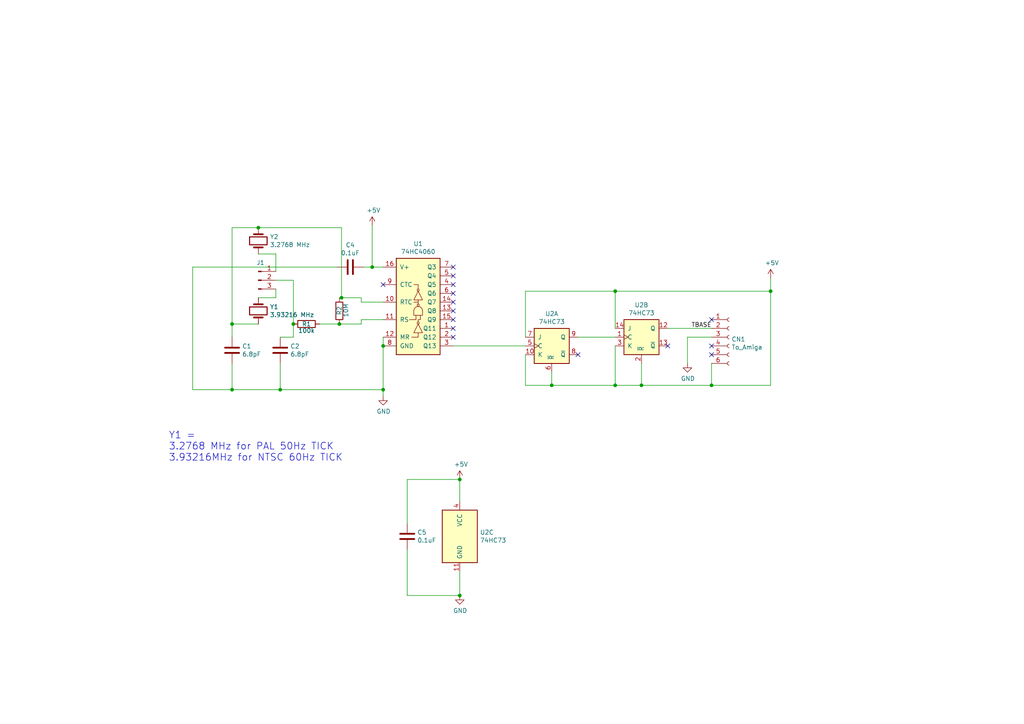
<source format=kicad_sch>
(kicad_sch (version 20211123) (generator eeschema)

  (uuid 8d55e186-3e11-40e8-a65e-b36a8a00069e)

  (paper "A4")

  (lib_symbols
    (symbol "74xx:74LS73" (pin_names (offset 1.016)) (in_bom yes) (on_board yes)
      (property "Reference" "U" (id 0) (at -7.62 8.89 0)
        (effects (font (size 1.27 1.27)))
      )
      (property "Value" "74LS73" (id 1) (at -7.62 -8.89 0)
        (effects (font (size 1.27 1.27)))
      )
      (property "Footprint" "" (id 2) (at 0 0 0)
        (effects (font (size 1.27 1.27)) hide)
      )
      (property "Datasheet" "http://www.ti.com/lit/gpn/sn74LS73" (id 3) (at 0 0 0)
        (effects (font (size 1.27 1.27)) hide)
      )
      (property "ki_locked" "" (id 4) (at 0 0 0)
        (effects (font (size 1.27 1.27)))
      )
      (property "ki_keywords" "TTL JK JKFF" (id 5) (at 0 0 0)
        (effects (font (size 1.27 1.27)) hide)
      )
      (property "ki_description" "Dual JK Flip-Flop, reset" (id 6) (at 0 0 0)
        (effects (font (size 1.27 1.27)) hide)
      )
      (property "ki_fp_filters" "DIP*W7.62mm*" (id 7) (at 0 0 0)
        (effects (font (size 1.27 1.27)) hide)
      )
      (symbol "74LS73_1_0"
        (pin input line (at -7.62 -2.54 0) (length 2.54)
          (name "K" (effects (font (size 1.27 1.27))))
          (number "10" (effects (font (size 1.27 1.27))))
        )
        (pin input clock (at -7.62 0 0) (length 2.54)
          (name "C" (effects (font (size 1.27 1.27))))
          (number "5" (effects (font (size 1.27 1.27))))
        )
        (pin input line (at 0 -7.62 90) (length 2.54)
          (name "~{R}" (effects (font (size 1.27 1.27))))
          (number "6" (effects (font (size 1.27 1.27))))
        )
        (pin input line (at -7.62 2.54 0) (length 2.54)
          (name "J" (effects (font (size 1.27 1.27))))
          (number "7" (effects (font (size 1.27 1.27))))
        )
        (pin output line (at 7.62 -2.54 180) (length 2.54)
          (name "~{Q}" (effects (font (size 1.27 1.27))))
          (number "8" (effects (font (size 1.27 1.27))))
        )
        (pin output line (at 7.62 2.54 180) (length 2.54)
          (name "Q" (effects (font (size 1.27 1.27))))
          (number "9" (effects (font (size 1.27 1.27))))
        )
      )
      (symbol "74LS73_1_1"
        (rectangle (start -5.08 5.08) (end 5.08 -5.08)
          (stroke (width 0.254) (type default) (color 0 0 0 0))
          (fill (type background))
        )
      )
      (symbol "74LS73_2_0"
        (pin input clock (at -7.62 0 0) (length 2.54)
          (name "C" (effects (font (size 1.27 1.27))))
          (number "1" (effects (font (size 1.27 1.27))))
        )
        (pin output line (at 7.62 2.54 180) (length 2.54)
          (name "Q" (effects (font (size 1.27 1.27))))
          (number "12" (effects (font (size 1.27 1.27))))
        )
        (pin output line (at 7.62 -2.54 180) (length 2.54)
          (name "~{Q}" (effects (font (size 1.27 1.27))))
          (number "13" (effects (font (size 1.27 1.27))))
        )
        (pin input line (at -7.62 2.54 0) (length 2.54)
          (name "J" (effects (font (size 1.27 1.27))))
          (number "14" (effects (font (size 1.27 1.27))))
        )
        (pin input line (at 0 -7.62 90) (length 2.54)
          (name "~{R}" (effects (font (size 1.27 1.27))))
          (number "2" (effects (font (size 1.27 1.27))))
        )
        (pin input line (at -7.62 -2.54 0) (length 2.54)
          (name "K" (effects (font (size 1.27 1.27))))
          (number "3" (effects (font (size 1.27 1.27))))
        )
      )
      (symbol "74LS73_2_1"
        (rectangle (start -5.08 5.08) (end 5.08 -5.08)
          (stroke (width 0.254) (type default) (color 0 0 0 0))
          (fill (type background))
        )
      )
      (symbol "74LS73_3_0"
        (pin power_in line (at 0 -10.16 90) (length 2.54)
          (name "GND" (effects (font (size 1.27 1.27))))
          (number "11" (effects (font (size 1.27 1.27))))
        )
        (pin power_in line (at 0 10.16 270) (length 2.54)
          (name "VCC" (effects (font (size 1.27 1.27))))
          (number "4" (effects (font (size 1.27 1.27))))
        )
      )
      (symbol "74LS73_3_1"
        (rectangle (start -5.08 7.62) (end 5.08 -7.62)
          (stroke (width 0.254) (type default) (color 0 0 0 0))
          (fill (type background))
        )
      )
    )
    (symbol "Connector:Conn_01x03_Male" (pin_names (offset 1.016) hide) (in_bom yes) (on_board yes)
      (property "Reference" "J" (id 0) (at 0 5.08 0)
        (effects (font (size 1.27 1.27)))
      )
      (property "Value" "Conn_01x03_Male" (id 1) (at 0 -5.08 0)
        (effects (font (size 1.27 1.27)))
      )
      (property "Footprint" "" (id 2) (at 0 0 0)
        (effects (font (size 1.27 1.27)) hide)
      )
      (property "Datasheet" "~" (id 3) (at 0 0 0)
        (effects (font (size 1.27 1.27)) hide)
      )
      (property "ki_keywords" "connector" (id 4) (at 0 0 0)
        (effects (font (size 1.27 1.27)) hide)
      )
      (property "ki_description" "Generic connector, single row, 01x03, script generated (kicad-library-utils/schlib/autogen/connector/)" (id 5) (at 0 0 0)
        (effects (font (size 1.27 1.27)) hide)
      )
      (property "ki_fp_filters" "Connector*:*_1x??_*" (id 6) (at 0 0 0)
        (effects (font (size 1.27 1.27)) hide)
      )
      (symbol "Conn_01x03_Male_1_1"
        (polyline
          (pts
            (xy 1.27 -2.54)
            (xy 0.8636 -2.54)
          )
          (stroke (width 0.1524) (type default) (color 0 0 0 0))
          (fill (type none))
        )
        (polyline
          (pts
            (xy 1.27 0)
            (xy 0.8636 0)
          )
          (stroke (width 0.1524) (type default) (color 0 0 0 0))
          (fill (type none))
        )
        (polyline
          (pts
            (xy 1.27 2.54)
            (xy 0.8636 2.54)
          )
          (stroke (width 0.1524) (type default) (color 0 0 0 0))
          (fill (type none))
        )
        (rectangle (start 0.8636 -2.413) (end 0 -2.667)
          (stroke (width 0.1524) (type default) (color 0 0 0 0))
          (fill (type outline))
        )
        (rectangle (start 0.8636 0.127) (end 0 -0.127)
          (stroke (width 0.1524) (type default) (color 0 0 0 0))
          (fill (type outline))
        )
        (rectangle (start 0.8636 2.667) (end 0 2.413)
          (stroke (width 0.1524) (type default) (color 0 0 0 0))
          (fill (type outline))
        )
        (pin passive line (at 5.08 2.54 180) (length 3.81)
          (name "Pin_1" (effects (font (size 1.27 1.27))))
          (number "1" (effects (font (size 1.27 1.27))))
        )
        (pin passive line (at 5.08 0 180) (length 3.81)
          (name "Pin_2" (effects (font (size 1.27 1.27))))
          (number "2" (effects (font (size 1.27 1.27))))
        )
        (pin passive line (at 5.08 -2.54 180) (length 3.81)
          (name "Pin_3" (effects (font (size 1.27 1.27))))
          (number "3" (effects (font (size 1.27 1.27))))
        )
      )
    )
    (symbol "Connector:Conn_01x06_Female" (pin_names (offset 1.016) hide) (in_bom yes) (on_board yes)
      (property "Reference" "J" (id 0) (at 0 7.62 0)
        (effects (font (size 1.27 1.27)))
      )
      (property "Value" "Conn_01x06_Female" (id 1) (at 0 -10.16 0)
        (effects (font (size 1.27 1.27)))
      )
      (property "Footprint" "" (id 2) (at 0 0 0)
        (effects (font (size 1.27 1.27)) hide)
      )
      (property "Datasheet" "~" (id 3) (at 0 0 0)
        (effects (font (size 1.27 1.27)) hide)
      )
      (property "ki_keywords" "connector" (id 4) (at 0 0 0)
        (effects (font (size 1.27 1.27)) hide)
      )
      (property "ki_description" "Generic connector, single row, 01x06, script generated (kicad-library-utils/schlib/autogen/connector/)" (id 5) (at 0 0 0)
        (effects (font (size 1.27 1.27)) hide)
      )
      (property "ki_fp_filters" "Connector*:*_1x??_*" (id 6) (at 0 0 0)
        (effects (font (size 1.27 1.27)) hide)
      )
      (symbol "Conn_01x06_Female_1_1"
        (arc (start 0 -7.112) (mid -0.508 -7.62) (end 0 -8.128)
          (stroke (width 0.1524) (type default) (color 0 0 0 0))
          (fill (type none))
        )
        (arc (start 0 -4.572) (mid -0.508 -5.08) (end 0 -5.588)
          (stroke (width 0.1524) (type default) (color 0 0 0 0))
          (fill (type none))
        )
        (arc (start 0 -2.032) (mid -0.508 -2.54) (end 0 -3.048)
          (stroke (width 0.1524) (type default) (color 0 0 0 0))
          (fill (type none))
        )
        (polyline
          (pts
            (xy -1.27 -7.62)
            (xy -0.508 -7.62)
          )
          (stroke (width 0.1524) (type default) (color 0 0 0 0))
          (fill (type none))
        )
        (polyline
          (pts
            (xy -1.27 -5.08)
            (xy -0.508 -5.08)
          )
          (stroke (width 0.1524) (type default) (color 0 0 0 0))
          (fill (type none))
        )
        (polyline
          (pts
            (xy -1.27 -2.54)
            (xy -0.508 -2.54)
          )
          (stroke (width 0.1524) (type default) (color 0 0 0 0))
          (fill (type none))
        )
        (polyline
          (pts
            (xy -1.27 0)
            (xy -0.508 0)
          )
          (stroke (width 0.1524) (type default) (color 0 0 0 0))
          (fill (type none))
        )
        (polyline
          (pts
            (xy -1.27 2.54)
            (xy -0.508 2.54)
          )
          (stroke (width 0.1524) (type default) (color 0 0 0 0))
          (fill (type none))
        )
        (polyline
          (pts
            (xy -1.27 5.08)
            (xy -0.508 5.08)
          )
          (stroke (width 0.1524) (type default) (color 0 0 0 0))
          (fill (type none))
        )
        (arc (start 0 0.508) (mid -0.508 0) (end 0 -0.508)
          (stroke (width 0.1524) (type default) (color 0 0 0 0))
          (fill (type none))
        )
        (arc (start 0 3.048) (mid -0.508 2.54) (end 0 2.032)
          (stroke (width 0.1524) (type default) (color 0 0 0 0))
          (fill (type none))
        )
        (arc (start 0 5.588) (mid -0.508 5.08) (end 0 4.572)
          (stroke (width 0.1524) (type default) (color 0 0 0 0))
          (fill (type none))
        )
        (pin passive line (at -5.08 5.08 0) (length 3.81)
          (name "Pin_1" (effects (font (size 1.27 1.27))))
          (number "1" (effects (font (size 1.27 1.27))))
        )
        (pin passive line (at -5.08 2.54 0) (length 3.81)
          (name "Pin_2" (effects (font (size 1.27 1.27))))
          (number "2" (effects (font (size 1.27 1.27))))
        )
        (pin passive line (at -5.08 0 0) (length 3.81)
          (name "Pin_3" (effects (font (size 1.27 1.27))))
          (number "3" (effects (font (size 1.27 1.27))))
        )
        (pin passive line (at -5.08 -2.54 0) (length 3.81)
          (name "Pin_4" (effects (font (size 1.27 1.27))))
          (number "4" (effects (font (size 1.27 1.27))))
        )
        (pin passive line (at -5.08 -5.08 0) (length 3.81)
          (name "Pin_5" (effects (font (size 1.27 1.27))))
          (number "5" (effects (font (size 1.27 1.27))))
        )
        (pin passive line (at -5.08 -7.62 0) (length 3.81)
          (name "Pin_6" (effects (font (size 1.27 1.27))))
          (number "6" (effects (font (size 1.27 1.27))))
        )
      )
    )
    (symbol "Device:C" (pin_numbers hide) (pin_names (offset 0.254)) (in_bom yes) (on_board yes)
      (property "Reference" "C" (id 0) (at 0.635 2.54 0)
        (effects (font (size 1.27 1.27)) (justify left))
      )
      (property "Value" "C" (id 1) (at 0.635 -2.54 0)
        (effects (font (size 1.27 1.27)) (justify left))
      )
      (property "Footprint" "" (id 2) (at 0.9652 -3.81 0)
        (effects (font (size 1.27 1.27)) hide)
      )
      (property "Datasheet" "~" (id 3) (at 0 0 0)
        (effects (font (size 1.27 1.27)) hide)
      )
      (property "ki_keywords" "cap capacitor" (id 4) (at 0 0 0)
        (effects (font (size 1.27 1.27)) hide)
      )
      (property "ki_description" "Unpolarized capacitor" (id 5) (at 0 0 0)
        (effects (font (size 1.27 1.27)) hide)
      )
      (property "ki_fp_filters" "C_*" (id 6) (at 0 0 0)
        (effects (font (size 1.27 1.27)) hide)
      )
      (symbol "C_0_1"
        (polyline
          (pts
            (xy -2.032 -0.762)
            (xy 2.032 -0.762)
          )
          (stroke (width 0.508) (type default) (color 0 0 0 0))
          (fill (type none))
        )
        (polyline
          (pts
            (xy -2.032 0.762)
            (xy 2.032 0.762)
          )
          (stroke (width 0.508) (type default) (color 0 0 0 0))
          (fill (type none))
        )
      )
      (symbol "C_1_1"
        (pin passive line (at 0 3.81 270) (length 2.794)
          (name "~" (effects (font (size 1.27 1.27))))
          (number "1" (effects (font (size 1.27 1.27))))
        )
        (pin passive line (at 0 -3.81 90) (length 2.794)
          (name "~" (effects (font (size 1.27 1.27))))
          (number "2" (effects (font (size 1.27 1.27))))
        )
      )
    )
    (symbol "Device:Crystal" (pin_numbers hide) (pin_names (offset 1.016) hide) (in_bom yes) (on_board yes)
      (property "Reference" "Y" (id 0) (at 0 3.81 0)
        (effects (font (size 1.27 1.27)))
      )
      (property "Value" "Crystal" (id 1) (at 0 -3.81 0)
        (effects (font (size 1.27 1.27)))
      )
      (property "Footprint" "" (id 2) (at 0 0 0)
        (effects (font (size 1.27 1.27)) hide)
      )
      (property "Datasheet" "~" (id 3) (at 0 0 0)
        (effects (font (size 1.27 1.27)) hide)
      )
      (property "ki_keywords" "quartz ceramic resonator oscillator" (id 4) (at 0 0 0)
        (effects (font (size 1.27 1.27)) hide)
      )
      (property "ki_description" "Two pin crystal" (id 5) (at 0 0 0)
        (effects (font (size 1.27 1.27)) hide)
      )
      (property "ki_fp_filters" "Crystal*" (id 6) (at 0 0 0)
        (effects (font (size 1.27 1.27)) hide)
      )
      (symbol "Crystal_0_1"
        (rectangle (start -1.143 2.54) (end 1.143 -2.54)
          (stroke (width 0.3048) (type default) (color 0 0 0 0))
          (fill (type none))
        )
        (polyline
          (pts
            (xy -2.54 0)
            (xy -1.905 0)
          )
          (stroke (width 0) (type default) (color 0 0 0 0))
          (fill (type none))
        )
        (polyline
          (pts
            (xy -1.905 -1.27)
            (xy -1.905 1.27)
          )
          (stroke (width 0.508) (type default) (color 0 0 0 0))
          (fill (type none))
        )
        (polyline
          (pts
            (xy 1.905 -1.27)
            (xy 1.905 1.27)
          )
          (stroke (width 0.508) (type default) (color 0 0 0 0))
          (fill (type none))
        )
        (polyline
          (pts
            (xy 2.54 0)
            (xy 1.905 0)
          )
          (stroke (width 0) (type default) (color 0 0 0 0))
          (fill (type none))
        )
      )
      (symbol "Crystal_1_1"
        (pin passive line (at -3.81 0 0) (length 1.27)
          (name "1" (effects (font (size 1.27 1.27))))
          (number "1" (effects (font (size 1.27 1.27))))
        )
        (pin passive line (at 3.81 0 180) (length 1.27)
          (name "2" (effects (font (size 1.27 1.27))))
          (number "2" (effects (font (size 1.27 1.27))))
        )
      )
    )
    (symbol "Device:R" (pin_numbers hide) (pin_names (offset 0)) (in_bom yes) (on_board yes)
      (property "Reference" "R" (id 0) (at 2.032 0 90)
        (effects (font (size 1.27 1.27)))
      )
      (property "Value" "R" (id 1) (at 0 0 90)
        (effects (font (size 1.27 1.27)))
      )
      (property "Footprint" "" (id 2) (at -1.778 0 90)
        (effects (font (size 1.27 1.27)) hide)
      )
      (property "Datasheet" "~" (id 3) (at 0 0 0)
        (effects (font (size 1.27 1.27)) hide)
      )
      (property "ki_keywords" "R res resistor" (id 4) (at 0 0 0)
        (effects (font (size 1.27 1.27)) hide)
      )
      (property "ki_description" "Resistor" (id 5) (at 0 0 0)
        (effects (font (size 1.27 1.27)) hide)
      )
      (property "ki_fp_filters" "R_*" (id 6) (at 0 0 0)
        (effects (font (size 1.27 1.27)) hide)
      )
      (symbol "R_0_1"
        (rectangle (start -1.016 -2.54) (end 1.016 2.54)
          (stroke (width 0.254) (type default) (color 0 0 0 0))
          (fill (type none))
        )
      )
      (symbol "R_1_1"
        (pin passive line (at 0 3.81 270) (length 1.27)
          (name "~" (effects (font (size 1.27 1.27))))
          (number "1" (effects (font (size 1.27 1.27))))
        )
        (pin passive line (at 0 -3.81 90) (length 1.27)
          (name "~" (effects (font (size 1.27 1.27))))
          (number "2" (effects (font (size 1.27 1.27))))
        )
      )
    )
    (symbol "logic-4000:4060-SO" (pin_names (offset 1.016)) (in_bom yes) (on_board yes)
      (property "Reference" "U" (id 0) (at 0 20.32 0)
        (effects (font (size 1.27 1.27)))
      )
      (property "Value" "4060-SO" (id 1) (at 0 17.78 0)
        (effects (font (size 1.27 1.27)))
      )
      (property "Footprint" "IPC7351-Nominal:SOIC127P600X175-16" (id 2) (at 0 -13.97 0)
        (effects (font (size 1.27 1.27)) hide)
      )
      (property "Datasheet" "https://www.onsemi.com/pub/Collateral/MC74HC4060A-D.PDF" (id 3) (at 0 -16.51 0)
        (effects (font (size 1.524 1.524)) hide)
      )
      (property "ki_description" "14-stage binary ripple counter with oscillator" (id 4) (at 0 0 0)
        (effects (font (size 1.27 1.27)) hide)
      )
      (symbol "4060-SO_0_1"
        (circle (center 0 -2.2352) (radius 0.3048)
          (stroke (width 0) (type default) (color 0 0 0 0))
          (fill (type none))
        )
        (polyline
          (pts
            (xy 0 3.81)
            (xy -1.27 3.81)
          )
          (stroke (width 0) (type default) (color 0 0 0 0))
          (fill (type none))
        )
        (polyline
          (pts
            (xy 0 4.445)
            (xy 0 3.2258)
          )
          (stroke (width 0) (type default) (color 0 0 0 0))
          (fill (type none))
        )
        (polyline
          (pts
            (xy 0.635 -1.27)
            (xy 0.635 -0.635)
          )
          (stroke (width 0) (type default) (color 0 0 0 0))
          (fill (type none))
        )
        (polyline
          (pts
            (xy 0.635 0)
            (xy 0.635 -0.635)
          )
          (stroke (width 0) (type default) (color 0 0 0 0))
          (fill (type none))
        )
        (polyline
          (pts
            (xy -2.54 -1.27)
            (xy -0.635 -1.27)
            (xy -1.27 -1.27)
          )
          (stroke (width 0) (type default) (color 0 0 0 0))
          (fill (type none))
        )
        (polyline
          (pts
            (xy -0.635 0)
            (xy -0.635 -0.635)
            (xy -0.635 -1.27)
          )
          (stroke (width 0) (type default) (color 0 0 0 0))
          (fill (type none))
        )
        (polyline
          (pts
            (xy 0 7.62)
            (xy 0 8.89)
            (xy -1.27 8.89)
          )
          (stroke (width 0) (type default) (color 0 0 0 0))
          (fill (type none))
        )
        (polyline
          (pts
            (xy 0.635 -1.27)
            (xy 0 -1.27)
            (xy 0 -1.905)
          )
          (stroke (width 0) (type default) (color 0 0 0 0))
          (fill (type none))
        )
        (polyline
          (pts
            (xy -1.27 1.27)
            (xy -1.27 0)
            (xy 1.27 0)
            (xy 1.27 1.27)
          )
          (stroke (width 0) (type default) (color 0 0 0 0))
          (fill (type none))
        )
        (polyline
          (pts
            (xy 0 -5.08)
            (xy 0 -6.35)
            (xy -1.27 -6.35)
            (xy -1.905 -6.35)
          )
          (stroke (width 0) (type default) (color 0 0 0 0))
          (fill (type none))
        )
        (polyline
          (pts
            (xy 0 6.985)
            (xy 1.27 4.445)
            (xy -1.27 4.445)
            (xy 0 6.985)
          )
          (stroke (width 0) (type default) (color 0 0 0 0))
          (fill (type none))
        )
        (polyline
          (pts
            (xy 0 -2.54)
            (xy 1.27 -5.08)
            (xy 0.635 -5.08)
            (xy 0 -5.08)
            (xy -1.27 -5.08)
            (xy 0 -2.54)
          )
          (stroke (width 0) (type default) (color 0 0 0 0))
          (fill (type none))
        )
        (circle (center 0 2.9464) (radius 0.3048)
          (stroke (width 0) (type default) (color 0 0 0 0))
          (fill (type none))
        )
        (circle (center 0 7.2898) (radius 0.3048)
          (stroke (width 0) (type default) (color 0 0 0 0))
          (fill (type none))
        )
        (arc (start 1.27 1.27) (mid 0 2.54) (end -1.27 1.27)
          (stroke (width 0) (type default) (color 0 0 0 0))
          (fill (type none))
        )
      )
      (symbol "4060-SO_1_1"
        (rectangle (start -6.35 16.51) (end 6.35 -11.43)
          (stroke (width 0.254) (type default) (color 0 0 0 0))
          (fill (type background))
        )
        (pin output line (at 10.16 -3.81 180) (length 3.81)
          (name "Q11" (effects (font (size 1.27 1.27))))
          (number "1" (effects (font (size 1.27 1.27))))
        )
        (pin input line (at -10.16 3.81 0) (length 3.81)
          (name "RTC" (effects (font (size 1.27 1.27))))
          (number "10" (effects (font (size 1.27 1.27))))
        )
        (pin input line (at -10.16 -1.27 0) (length 3.81)
          (name "RS" (effects (font (size 1.27 1.27))))
          (number "11" (effects (font (size 1.27 1.27))))
        )
        (pin input line (at -10.16 -6.35 0) (length 3.81)
          (name "MR" (effects (font (size 1.27 1.27))))
          (number "12" (effects (font (size 1.27 1.27))))
        )
        (pin output line (at 10.16 1.27 180) (length 3.81)
          (name "Q8" (effects (font (size 1.27 1.27))))
          (number "13" (effects (font (size 1.27 1.27))))
        )
        (pin output line (at 10.16 3.81 180) (length 3.81)
          (name "Q7" (effects (font (size 1.27 1.27))))
          (number "14" (effects (font (size 1.27 1.27))))
        )
        (pin output line (at 10.16 -1.27 180) (length 3.81)
          (name "Q9" (effects (font (size 1.27 1.27))))
          (number "15" (effects (font (size 1.27 1.27))))
        )
        (pin power_in line (at -10.16 13.97 0) (length 3.81)
          (name "V+" (effects (font (size 1.27 1.27))))
          (number "16" (effects (font (size 1.27 1.27))))
        )
        (pin output line (at 10.16 -6.35 180) (length 3.81)
          (name "Q12" (effects (font (size 1.27 1.27))))
          (number "2" (effects (font (size 1.27 1.27))))
        )
        (pin output line (at 10.16 -8.89 180) (length 3.81)
          (name "Q13" (effects (font (size 1.27 1.27))))
          (number "3" (effects (font (size 1.27 1.27))))
        )
        (pin output line (at 10.16 8.89 180) (length 3.81)
          (name "Q5" (effects (font (size 1.27 1.27))))
          (number "4" (effects (font (size 1.27 1.27))))
        )
        (pin output line (at 10.16 11.43 180) (length 3.81)
          (name "Q4" (effects (font (size 1.27 1.27))))
          (number "5" (effects (font (size 1.27 1.27))))
        )
        (pin output line (at 10.16 6.35 180) (length 3.81)
          (name "Q6" (effects (font (size 1.27 1.27))))
          (number "6" (effects (font (size 1.27 1.27))))
        )
        (pin output line (at 10.16 13.97 180) (length 3.81)
          (name "Q3" (effects (font (size 1.27 1.27))))
          (number "7" (effects (font (size 1.27 1.27))))
        )
        (pin power_in line (at -10.16 -8.89 0) (length 3.81)
          (name "GND" (effects (font (size 1.27 1.27))))
          (number "8" (effects (font (size 1.27 1.27))))
        )
        (pin input line (at -10.16 8.89 0) (length 3.81)
          (name "CTC" (effects (font (size 1.27 1.27))))
          (number "9" (effects (font (size 1.27 1.27))))
        )
      )
    )
    (symbol "power:+5V" (power) (pin_names (offset 0)) (in_bom yes) (on_board yes)
      (property "Reference" "#PWR" (id 0) (at 0 -3.81 0)
        (effects (font (size 1.27 1.27)) hide)
      )
      (property "Value" "+5V" (id 1) (at 0 3.556 0)
        (effects (font (size 1.27 1.27)))
      )
      (property "Footprint" "" (id 2) (at 0 0 0)
        (effects (font (size 1.27 1.27)) hide)
      )
      (property "Datasheet" "" (id 3) (at 0 0 0)
        (effects (font (size 1.27 1.27)) hide)
      )
      (property "ki_keywords" "power-flag" (id 4) (at 0 0 0)
        (effects (font (size 1.27 1.27)) hide)
      )
      (property "ki_description" "Power symbol creates a global label with name \"+5V\"" (id 5) (at 0 0 0)
        (effects (font (size 1.27 1.27)) hide)
      )
      (symbol "+5V_0_1"
        (polyline
          (pts
            (xy -0.762 1.27)
            (xy 0 2.54)
          )
          (stroke (width 0) (type default) (color 0 0 0 0))
          (fill (type none))
        )
        (polyline
          (pts
            (xy 0 0)
            (xy 0 2.54)
          )
          (stroke (width 0) (type default) (color 0 0 0 0))
          (fill (type none))
        )
        (polyline
          (pts
            (xy 0 2.54)
            (xy 0.762 1.27)
          )
          (stroke (width 0) (type default) (color 0 0 0 0))
          (fill (type none))
        )
      )
      (symbol "+5V_1_1"
        (pin power_in line (at 0 0 90) (length 0) hide
          (name "+5V" (effects (font (size 1.27 1.27))))
          (number "1" (effects (font (size 1.27 1.27))))
        )
      )
    )
    (symbol "power:GND" (power) (pin_names (offset 0)) (in_bom yes) (on_board yes)
      (property "Reference" "#PWR" (id 0) (at 0 -6.35 0)
        (effects (font (size 1.27 1.27)) hide)
      )
      (property "Value" "GND" (id 1) (at 0 -3.81 0)
        (effects (font (size 1.27 1.27)))
      )
      (property "Footprint" "" (id 2) (at 0 0 0)
        (effects (font (size 1.27 1.27)) hide)
      )
      (property "Datasheet" "" (id 3) (at 0 0 0)
        (effects (font (size 1.27 1.27)) hide)
      )
      (property "ki_keywords" "power-flag" (id 4) (at 0 0 0)
        (effects (font (size 1.27 1.27)) hide)
      )
      (property "ki_description" "Power symbol creates a global label with name \"GND\" , ground" (id 5) (at 0 0 0)
        (effects (font (size 1.27 1.27)) hide)
      )
      (symbol "GND_0_1"
        (polyline
          (pts
            (xy 0 0)
            (xy 0 -1.27)
            (xy 1.27 -1.27)
            (xy 0 -2.54)
            (xy -1.27 -1.27)
            (xy 0 -1.27)
          )
          (stroke (width 0) (type default) (color 0 0 0 0))
          (fill (type none))
        )
      )
      (symbol "GND_1_1"
        (pin power_in line (at 0 0 270) (length 0) hide
          (name "GND" (effects (font (size 1.27 1.27))))
          (number "1" (effects (font (size 1.27 1.27))))
        )
      )
    )
  )

  (junction (at 186.055 111.76) (diameter 0) (color 0 0 0 0)
    (uuid 0f22151c-f260-4674-b486-4710a2c42a55)
  )
  (junction (at 160.02 111.76) (diameter 0) (color 0 0 0 0)
    (uuid 31e08896-1992-4725-96d9-9d2728bca7a3)
  )
  (junction (at 81.28 113.03) (diameter 0) (color 0 0 0 0)
    (uuid 44d8279a-9cd1-4db6-856f-0363131605fc)
  )
  (junction (at 133.35 172.72) (diameter 0) (color 0 0 0 0)
    (uuid 4780a290-d25c-4459-9579-eba3f7678762)
  )
  (junction (at 85.09 93.98) (diameter 0) (color 0 0 0 0)
    (uuid 49f4acfe-11ad-45e1-82fd-7cdd1ce4d189)
  )
  (junction (at 107.95 77.47) (diameter 0) (color 0 0 0 0)
    (uuid 54365317-1355-4216-bb75-829375abc4ec)
  )
  (junction (at 67.31 113.03) (diameter 0) (color 0 0 0 0)
    (uuid 5e7b08e4-da05-4b41-9431-49d89fbc541a)
  )
  (junction (at 99.06 86.36) (diameter 0) (color 0 0 0 0)
    (uuid 78af2a9a-abb1-4791-b530-b0d1493db715)
  )
  (junction (at 178.435 84.455) (diameter 0) (color 0 0 0 0)
    (uuid 80094b70-85ab-4ff6-934b-60d5ee65023a)
  )
  (junction (at 178.435 111.76) (diameter 0) (color 0 0 0 0)
    (uuid 852dabbf-de45-4470-8176-59d37a754407)
  )
  (junction (at 98.425 93.98) (diameter 0) (color 0 0 0 0)
    (uuid 94c158d1-8503-4553-b511-bf42f506c2a8)
  )
  (junction (at 223.52 84.455) (diameter 0) (color 0 0 0 0)
    (uuid 97fe9c60-586f-4895-8504-4d3729f5f81a)
  )
  (junction (at 206.375 111.76) (diameter 0) (color 0 0 0 0)
    (uuid c01d25cd-f4bb-4ef3-b5ea-533a2a4ddb2b)
  )
  (junction (at 133.35 139.065) (diameter 0) (color 0 0 0 0)
    (uuid c43663ee-9a0d-4f27-a292-89ba89964065)
  )
  (junction (at 111.125 113.03) (diameter 0) (color 0 0 0 0)
    (uuid e615f7aa-337e-474d-9615-2ad82b1c44ca)
  )
  (junction (at 67.31 93.98) (diameter 0) (color 0 0 0 0)
    (uuid e82a69d5-12be-4b07-bfa8-1dcd3c2157ba)
  )
  (junction (at 111.125 100.33) (diameter 0) (color 0 0 0 0)
    (uuid e9bb29b2-2bb9-4ea2-acd9-2bb3ca677a12)
  )
  (junction (at 74.93 66.04) (diameter 0) (color 0 0 0 0)
    (uuid fd9660de-c8ba-4947-adec-df098bafeb01)
  )

  (no_connect (at 206.375 100.33) (uuid 003c2200-0632-4808-a662-8ddd5d30c768))
  (no_connect (at 131.445 80.01) (uuid 0eaa98f0-9565-4637-ace3-42a5231b07f7))
  (no_connect (at 131.445 95.25) (uuid 127679a9-3981-4934-815e-896a4e3ff56e))
  (no_connect (at 131.445 77.47) (uuid 181abe7a-f941-42b6-bd46-aaa3131f90fb))
  (no_connect (at 206.375 102.87) (uuid 240e07e1-770b-4b27-894f-29fd601c924d))
  (no_connect (at 193.675 100.33) (uuid 2d6db888-4e40-41c8-b701-07170fc894bc))
  (no_connect (at 131.445 92.71) (uuid 48ab88d7-7084-4d02-b109-3ad55a30bb11))
  (no_connect (at 111.125 82.55) (uuid 6a45789b-3855-401f-8139-3c734f7f52f9))
  (no_connect (at 131.445 82.55) (uuid 704d6d51-bb34-4cbf-83d8-841e208048d8))
  (no_connect (at 131.445 97.79) (uuid 716e31c5-485f-40b5-88e3-a75900da9811))
  (no_connect (at 167.64 102.87) (uuid 7bbf981c-a063-4e30-8911-e4228e1c0743))
  (no_connect (at 131.445 85.09) (uuid 8174b4de-74b1-48db-ab8e-c8432251095b))
  (no_connect (at 206.375 92.71) (uuid f2c93195-af12-4d3e-acdf-bdd0ff675c24))
  (no_connect (at 131.445 90.17) (uuid f71da641-16e6-4257-80c3-0b9d804fee4f))
  (no_connect (at 131.445 87.63) (uuid fd470e95-4861-44fe-b1e4-6d8a7c66e144))

  (wire (pts (xy 67.31 66.04) (xy 67.31 93.98))
    (stroke (width 0) (type default) (color 0 0 0 0))
    (uuid 0d690a76-b52e-4e91-b20b-91d1ff8ba5b3)
  )
  (wire (pts (xy 178.435 95.25) (xy 178.435 84.455))
    (stroke (width 0) (type default) (color 0 0 0 0))
    (uuid 0f54db53-a272-4955-88fb-d7ab00657bb0)
  )
  (wire (pts (xy 118.11 139.065) (xy 118.11 151.765))
    (stroke (width 0) (type default) (color 0 0 0 0))
    (uuid 12422a89-3d0c-485c-9386-f77121fd68fd)
  )
  (wire (pts (xy 186.055 105.41) (xy 186.055 111.76))
    (stroke (width 0) (type default) (color 0 0 0 0))
    (uuid 1831fb37-1c5d-42c4-b898-151be6fca9dc)
  )
  (wire (pts (xy 178.435 97.79) (xy 167.64 97.79))
    (stroke (width 0) (type default) (color 0 0 0 0))
    (uuid 1bf544e3-5940-4576-9291-2464e95c0ee2)
  )
  (wire (pts (xy 99.06 86.36) (xy 99.06 66.04))
    (stroke (width 0) (type default) (color 0 0 0 0))
    (uuid 1fbe489d-85b4-442a-8181-f265276990d8)
  )
  (wire (pts (xy 111.125 87.63) (xy 104.775 87.63))
    (stroke (width 0) (type default) (color 0 0 0 0))
    (uuid 23bb2798-d93a-4696-a962-c305c4298a0c)
  )
  (wire (pts (xy 55.88 113.03) (xy 67.31 113.03))
    (stroke (width 0) (type default) (color 0 0 0 0))
    (uuid 2e642b3e-a476-4c54-9a52-dcea955640cd)
  )
  (wire (pts (xy 80.01 78.74) (xy 80.01 73.66))
    (stroke (width 0) (type default) (color 0 0 0 0))
    (uuid 2f59f4a9-5fa6-49b7-a63d-1e5dd70fd80d)
  )
  (wire (pts (xy 99.06 86.36) (xy 98.425 86.36))
    (stroke (width 0) (type default) (color 0 0 0 0))
    (uuid 2f9c5fb4-aae5-49a2-9e03-a24280af6618)
  )
  (wire (pts (xy 97.79 77.47) (xy 55.88 77.47))
    (stroke (width 0) (type default) (color 0 0 0 0))
    (uuid 30f15357-ce1d-48b9-93dc-7d9b1b2aa048)
  )
  (wire (pts (xy 80.01 83.82) (xy 80.01 86.36))
    (stroke (width 0) (type default) (color 0 0 0 0))
    (uuid 34e9534a-27d3-4723-8744-1930cd5d4025)
  )
  (wire (pts (xy 80.01 81.28) (xy 85.09 81.28))
    (stroke (width 0) (type default) (color 0 0 0 0))
    (uuid 3726cff2-4d9d-4a18-bb45-81727420237f)
  )
  (wire (pts (xy 67.31 93.98) (xy 74.93 93.98))
    (stroke (width 0) (type default) (color 0 0 0 0))
    (uuid 39aa5e22-697d-4c9f-a7ff-b5dc7c761f75)
  )
  (wire (pts (xy 152.4 97.79) (xy 152.4 84.455))
    (stroke (width 0) (type default) (color 0 0 0 0))
    (uuid 3aaee4c4-dbf7-49a5-a620-9465d8cc3ae7)
  )
  (wire (pts (xy 99.06 66.04) (xy 74.93 66.04))
    (stroke (width 0) (type default) (color 0 0 0 0))
    (uuid 3c6ad259-02cb-40c7-94d2-038b74bb32d4)
  )
  (wire (pts (xy 118.11 159.385) (xy 118.11 172.72))
    (stroke (width 0) (type default) (color 0 0 0 0))
    (uuid 40165eda-4ba6-4565-9bb4-b9df6dbb08da)
  )
  (wire (pts (xy 67.31 105.41) (xy 67.31 113.03))
    (stroke (width 0) (type default) (color 0 0 0 0))
    (uuid 45314029-8fad-4447-8bf4-96d428122356)
  )
  (wire (pts (xy 104.775 92.71) (xy 104.775 93.98))
    (stroke (width 0) (type default) (color 0 0 0 0))
    (uuid 46918595-4a45-48e8-84c0-961b4db7f35f)
  )
  (wire (pts (xy 111.125 113.03) (xy 111.125 114.935))
    (stroke (width 0) (type default) (color 0 0 0 0))
    (uuid 4fb02e58-160a-4a39-9f22-d0c75e82ee72)
  )
  (wire (pts (xy 111.125 100.33) (xy 111.125 113.03))
    (stroke (width 0) (type default) (color 0 0 0 0))
    (uuid 62c076a3-d618-44a2-9042-9a08b3576787)
  )
  (wire (pts (xy 206.375 97.79) (xy 199.39 97.79))
    (stroke (width 0) (type default) (color 0 0 0 0))
    (uuid 63ff1c93-3f96-4c33-b498-5dd8c33bccc0)
  )
  (wire (pts (xy 152.4 111.76) (xy 160.02 111.76))
    (stroke (width 0) (type default) (color 0 0 0 0))
    (uuid 6441b183-b8f2-458f-a23d-60e2b1f66dd6)
  )
  (wire (pts (xy 67.31 93.98) (xy 67.31 97.79))
    (stroke (width 0) (type default) (color 0 0 0 0))
    (uuid 656c3d18-890e-4f9c-9afc-0ab70cd95c03)
  )
  (wire (pts (xy 178.435 111.76) (xy 186.055 111.76))
    (stroke (width 0) (type default) (color 0 0 0 0))
    (uuid 66043bca-a260-4915-9fce-8a51d324c687)
  )
  (wire (pts (xy 133.35 145.415) (xy 133.35 139.065))
    (stroke (width 0) (type default) (color 0 0 0 0))
    (uuid 6bfe5804-2ef9-4c65-b2a7-f01e4014370a)
  )
  (wire (pts (xy 104.775 86.36) (xy 99.06 86.36))
    (stroke (width 0) (type default) (color 0 0 0 0))
    (uuid 6e105729-aba0-497c-a99e-c32d2b3ddb6d)
  )
  (wire (pts (xy 80.01 86.36) (xy 74.93 86.36))
    (stroke (width 0) (type default) (color 0 0 0 0))
    (uuid 762b8cff-f83c-40eb-904f-7f366d3be41e)
  )
  (wire (pts (xy 104.775 87.63) (xy 104.775 86.36))
    (stroke (width 0) (type default) (color 0 0 0 0))
    (uuid 78cbdd6c-4878-4cc5-9a58-0e506478e37d)
  )
  (wire (pts (xy 133.35 139.065) (xy 118.11 139.065))
    (stroke (width 0) (type default) (color 0 0 0 0))
    (uuid 7d34f6b1-ab31-49be-b011-c67fe67a8a56)
  )
  (wire (pts (xy 118.11 172.72) (xy 133.35 172.72))
    (stroke (width 0) (type default) (color 0 0 0 0))
    (uuid 7e023245-2c2b-4e2b-bfb9-5d35176e88f2)
  )
  (wire (pts (xy 85.09 93.98) (xy 85.09 97.79))
    (stroke (width 0) (type default) (color 0 0 0 0))
    (uuid 82f55750-e7b3-4e74-8a26-62002be4fdf2)
  )
  (wire (pts (xy 55.88 77.47) (xy 55.88 113.03))
    (stroke (width 0) (type default) (color 0 0 0 0))
    (uuid 87371631-aa02-498a-998a-09bdb74784c1)
  )
  (wire (pts (xy 133.35 165.735) (xy 133.35 172.72))
    (stroke (width 0) (type default) (color 0 0 0 0))
    (uuid 8e06ba1f-e3ba-4eb9-a10e-887dffd566d6)
  )
  (wire (pts (xy 223.52 84.455) (xy 223.52 80.645))
    (stroke (width 0) (type default) (color 0 0 0 0))
    (uuid 922058ca-d09a-45fd-8394-05f3e2c1e03a)
  )
  (wire (pts (xy 223.52 111.76) (xy 223.52 84.455))
    (stroke (width 0) (type default) (color 0 0 0 0))
    (uuid 9340c285-5767-42d5-8b6d-63fe2a40ddf3)
  )
  (wire (pts (xy 206.375 105.41) (xy 206.375 111.76))
    (stroke (width 0) (type default) (color 0 0 0 0))
    (uuid 9b0a1687-7e1b-4a04-a30b-c27a072a2949)
  )
  (wire (pts (xy 104.775 93.98) (xy 98.425 93.98))
    (stroke (width 0) (type default) (color 0 0 0 0))
    (uuid 9ccf03e8-755a-4cd9-96fc-30e1d08fa253)
  )
  (wire (pts (xy 206.375 111.76) (xy 223.52 111.76))
    (stroke (width 0) (type default) (color 0 0 0 0))
    (uuid 9e1b837f-0d34-4a18-9644-9ee68f141f46)
  )
  (wire (pts (xy 107.95 77.47) (xy 111.125 77.47))
    (stroke (width 0) (type default) (color 0 0 0 0))
    (uuid a3e4f0ae-9f86-49e9-b386-ed8b42e012fb)
  )
  (wire (pts (xy 98.425 93.98) (xy 92.71 93.98))
    (stroke (width 0) (type default) (color 0 0 0 0))
    (uuid a7520ad3-0f8b-4788-92d4-8ffb277041e6)
  )
  (wire (pts (xy 111.125 92.71) (xy 104.775 92.71))
    (stroke (width 0) (type default) (color 0 0 0 0))
    (uuid a795f1ba-cdd5-4cc5-9a52-08586e982934)
  )
  (wire (pts (xy 107.95 77.47) (xy 107.95 65.405))
    (stroke (width 0) (type default) (color 0 0 0 0))
    (uuid ac264c30-3e9a-4be2-b97a-9949b68bd497)
  )
  (wire (pts (xy 152.4 100.33) (xy 131.445 100.33))
    (stroke (width 0) (type default) (color 0 0 0 0))
    (uuid b1086f75-01ba-4188-8d36-75a9e2828ca9)
  )
  (wire (pts (xy 178.435 100.33) (xy 178.435 111.76))
    (stroke (width 0) (type default) (color 0 0 0 0))
    (uuid b5352a33-563a-4ffe-a231-2e68fb54afa3)
  )
  (wire (pts (xy 85.09 81.28) (xy 85.09 93.98))
    (stroke (width 0) (type default) (color 0 0 0 0))
    (uuid b71b08f6-ed21-4d47-92a5-cec0a932b5ce)
  )
  (wire (pts (xy 199.39 97.79) (xy 199.39 105.41))
    (stroke (width 0) (type default) (color 0 0 0 0))
    (uuid b88717bd-086f-46cd-9d3f-0396009d0996)
  )
  (wire (pts (xy 152.4 84.455) (xy 178.435 84.455))
    (stroke (width 0) (type default) (color 0 0 0 0))
    (uuid bdc7face-9f7c-4701-80bb-4cc144448db1)
  )
  (wire (pts (xy 152.4 102.87) (xy 152.4 111.76))
    (stroke (width 0) (type default) (color 0 0 0 0))
    (uuid bfc0aadc-38cf-466e-a642-68fdc3138c78)
  )
  (wire (pts (xy 111.125 97.79) (xy 111.125 100.33))
    (stroke (width 0) (type default) (color 0 0 0 0))
    (uuid c1d83899-e380-49f9-a87d-8e78bc089ebf)
  )
  (wire (pts (xy 160.02 111.76) (xy 178.435 111.76))
    (stroke (width 0) (type default) (color 0 0 0 0))
    (uuid c41b3c8b-634e-435a-b582-96b83bbd4032)
  )
  (wire (pts (xy 85.09 97.79) (xy 81.28 97.79))
    (stroke (width 0) (type default) (color 0 0 0 0))
    (uuid c9e46e35-1666-4cc4-a6c8-280dc8087a4b)
  )
  (wire (pts (xy 160.02 107.95) (xy 160.02 111.76))
    (stroke (width 0) (type default) (color 0 0 0 0))
    (uuid ce83728b-bebd-48c2-8734-b6a50d837931)
  )
  (wire (pts (xy 178.435 84.455) (xy 223.52 84.455))
    (stroke (width 0) (type default) (color 0 0 0 0))
    (uuid d4a1d3c4-b315-4bec-9220-d12a9eab51e0)
  )
  (wire (pts (xy 105.41 77.47) (xy 107.95 77.47))
    (stroke (width 0) (type default) (color 0 0 0 0))
    (uuid d8603679-3e7b-4337-8dbc-1827f5f54d8a)
  )
  (wire (pts (xy 74.93 66.04) (xy 67.31 66.04))
    (stroke (width 0) (type default) (color 0 0 0 0))
    (uuid dd18b02f-6b74-4a4e-8c80-d49b1fa08160)
  )
  (wire (pts (xy 81.28 113.03) (xy 111.125 113.03))
    (stroke (width 0) (type default) (color 0 0 0 0))
    (uuid e41f908c-408b-45df-9c34-732077a464a0)
  )
  (wire (pts (xy 67.31 113.03) (xy 81.28 113.03))
    (stroke (width 0) (type default) (color 0 0 0 0))
    (uuid e6645a20-b13f-46ed-bc37-c076189d6ef3)
  )
  (wire (pts (xy 193.675 95.25) (xy 206.375 95.25))
    (stroke (width 0) (type default) (color 0 0 0 0))
    (uuid ee27d19c-8dca-4ac8-a760-6dfd54d28071)
  )
  (wire (pts (xy 81.28 105.41) (xy 81.28 113.03))
    (stroke (width 0) (type default) (color 0 0 0 0))
    (uuid ef8fe2ac-6a7f-4682-9418-b801a1b10a3b)
  )
  (wire (pts (xy 80.01 73.66) (xy 74.93 73.66))
    (stroke (width 0) (type default) (color 0 0 0 0))
    (uuid f97ccb80-6668-426a-91ed-38e8054b7bbf)
  )
  (wire (pts (xy 186.055 111.76) (xy 206.375 111.76))
    (stroke (width 0) (type default) (color 0 0 0 0))
    (uuid fe8d9267-7834-48d6-a191-c8724b2ee78d)
  )

  (text "Y1 =\n3.2768 MHz for PAL 50Hz TICK\n3.93216MHz for NTSC 60Hz TICK"
    (at 48.895 133.985 0)
    (effects (font (size 2.0066 2.0066)) (justify left bottom))
    (uuid 40976bf0-19de-460f-ad64-224d4f51e16b)
  )

  (label "TBASE" (at 206.375 95.25 180)
    (effects (font (size 1.27 1.27)) (justify right bottom))
    (uuid c0eca5ed-bc5e-4618-9bcd-80945bea41ed)
  )

  (symbol (lib_id "logic-4000:4060-SO") (at 121.285 91.44 0) (unit 1)
    (in_bom yes) (on_board yes)
    (uuid 00000000-0000-0000-0000-000061b16082)
    (property "Reference" "U1" (id 0) (at 121.285 70.6882 0))
    (property "Value" "74HC4060" (id 1) (at 121.285 72.9996 0))
    (property "Footprint" "Package_SO:SOIC-16_3.9x9.9mm_P1.27mm" (id 2) (at 121.285 105.41 0)
      (effects (font (size 1.27 1.27)) hide)
    )
    (property "Datasheet" "https://www.onsemi.com/pub/Collateral/MC74HC4060A-D.PDF" (id 3) (at 121.285 107.95 0)
      (effects (font (size 1.524 1.524)) hide)
    )
    (pin "1" (uuid d79fb883-a1a6-47f4-a095-debe9236b246))
    (pin "10" (uuid 49c92bea-f08b-4672-bce0-1f20cce833bf))
    (pin "11" (uuid 31adb287-7375-4740-9ce3-47dc0189625e))
    (pin "12" (uuid af6d04d8-fb55-44a6-8d61-46b5fe0d57ed))
    (pin "13" (uuid df60abce-5d8f-47b1-8a1e-e84467d2708f))
    (pin "14" (uuid f767c241-0d2a-4a60-af21-e950fbb9f412))
    (pin "15" (uuid 46d70e75-ef7c-4bd6-834d-3952b67e9190))
    (pin "16" (uuid caeb4762-bacb-4666-b525-709ac7aa6c23))
    (pin "2" (uuid b25bf3fc-4b8c-470d-8309-aa0eec2b9625))
    (pin "3" (uuid d57401dd-2d55-4ba5-86e6-9860508e4c16))
    (pin "4" (uuid e669f50f-c0c7-47dc-bb2a-e91d60de4d9c))
    (pin "5" (uuid 8779130a-8bad-48ca-bb1c-22e6b269dc9b))
    (pin "6" (uuid 091aac02-dd88-4e5b-aadf-58ed20138dc4))
    (pin "7" (uuid a16d404a-f55b-47f6-8db2-d9c5c2ca68a7))
    (pin "8" (uuid 9d9fe44d-fc79-4fbe-a7af-28e16082c8cb))
    (pin "9" (uuid 3d2de93f-a7ac-4978-b883-af4c0e13417d))
  )

  (symbol (lib_id "Device:Crystal") (at 74.93 90.17 270) (unit 1)
    (in_bom yes) (on_board yes)
    (uuid 00000000-0000-0000-0000-000061b1ee6a)
    (property "Reference" "Y1" (id 0) (at 78.2574 89.0016 90)
      (effects (font (size 1.27 1.27)) (justify left))
    )
    (property "Value" "3.93216 MHz" (id 1) (at 78.2574 91.313 90)
      (effects (font (size 1.27 1.27)) (justify left))
    )
    (property "Footprint" "Crystal:Crystal_HC49-U_Vertical" (id 2) (at 74.93 90.17 0)
      (effects (font (size 1.27 1.27)) hide)
    )
    (property "Datasheet" "~" (id 3) (at 74.93 90.17 0)
      (effects (font (size 1.27 1.27)) hide)
    )
    (pin "1" (uuid 31f7b96a-2e7b-40b3-8e47-e8c223c54e31))
    (pin "2" (uuid b5152021-3f8d-43a5-a54e-1ff0d530d3a0))
  )

  (symbol (lib_id "Device:R") (at 98.425 90.17 0) (unit 1)
    (in_bom yes) (on_board yes)
    (uuid 00000000-0000-0000-0000-000061b21f0a)
    (property "Reference" "R2" (id 0) (at 98.425 91.44 90)
      (effects (font (size 1.27 1.27)) (justify left))
    )
    (property "Value" "10M" (id 1) (at 100.33 92.075 90)
      (effects (font (size 1.27 1.27)) (justify left))
    )
    (property "Footprint" "Resistor_SMD:R_1206_3216Metric" (id 2) (at 96.647 90.17 90)
      (effects (font (size 1.27 1.27)) hide)
    )
    (property "Datasheet" "~" (id 3) (at 98.425 90.17 0)
      (effects (font (size 1.27 1.27)) hide)
    )
    (pin "1" (uuid 13bfe356-ae50-49ce-80b4-9fc6ecf5f06c))
    (pin "2" (uuid 4dd9534c-c669-42f3-8766-46183d1f935b))
  )

  (symbol (lib_id "Device:C") (at 67.31 101.6 0) (unit 1)
    (in_bom yes) (on_board yes)
    (uuid 00000000-0000-0000-0000-000061b28c68)
    (property "Reference" "C1" (id 0) (at 70.231 100.4316 0)
      (effects (font (size 1.27 1.27)) (justify left))
    )
    (property "Value" "6.8pF" (id 1) (at 70.231 102.743 0)
      (effects (font (size 1.27 1.27)) (justify left))
    )
    (property "Footprint" "Capacitor_SMD:C_1206_3216Metric" (id 2) (at 68.2752 105.41 0)
      (effects (font (size 1.27 1.27)) hide)
    )
    (property "Datasheet" "~" (id 3) (at 67.31 101.6 0)
      (effects (font (size 1.27 1.27)) hide)
    )
    (pin "1" (uuid de0a5fd6-8f6f-4201-9cef-fdd081f13158))
    (pin "2" (uuid eee92924-2753-4d29-aa5f-9758e2f57edd))
  )

  (symbol (lib_id "power:GND") (at 111.125 114.935 0) (unit 1)
    (in_bom yes) (on_board yes)
    (uuid 00000000-0000-0000-0000-000061b2a8b0)
    (property "Reference" "#PWR02" (id 0) (at 111.125 121.285 0)
      (effects (font (size 1.27 1.27)) hide)
    )
    (property "Value" "GND" (id 1) (at 111.252 119.3292 0))
    (property "Footprint" "" (id 2) (at 111.125 114.935 0)
      (effects (font (size 1.27 1.27)) hide)
    )
    (property "Datasheet" "" (id 3) (at 111.125 114.935 0)
      (effects (font (size 1.27 1.27)) hide)
    )
    (pin "1" (uuid aacc72ae-d408-4ee0-b793-800e204f73bb))
  )

  (symbol (lib_id "Device:C") (at 81.28 101.6 0) (unit 1)
    (in_bom yes) (on_board yes)
    (uuid 00000000-0000-0000-0000-000061b2f6dd)
    (property "Reference" "C2" (id 0) (at 84.201 100.4316 0)
      (effects (font (size 1.27 1.27)) (justify left))
    )
    (property "Value" "6.8pF" (id 1) (at 84.201 102.743 0)
      (effects (font (size 1.27 1.27)) (justify left))
    )
    (property "Footprint" "Capacitor_SMD:C_1206_3216Metric" (id 2) (at 82.2452 105.41 0)
      (effects (font (size 1.27 1.27)) hide)
    )
    (property "Datasheet" "~" (id 3) (at 81.28 101.6 0)
      (effects (font (size 1.27 1.27)) hide)
    )
    (pin "1" (uuid 35f99d42-5271-4b1b-a068-2d2ac7822f01))
    (pin "2" (uuid b92138fa-003e-47d5-b5d1-647201a1e7dc))
  )

  (symbol (lib_id "Device:C") (at 101.6 77.47 270) (unit 1)
    (in_bom yes) (on_board yes)
    (uuid 00000000-0000-0000-0000-000061b32b51)
    (property "Reference" "C4" (id 0) (at 101.6 71.0692 90))
    (property "Value" "0.1uF" (id 1) (at 101.6 73.3806 90))
    (property "Footprint" "Capacitor_SMD:C_1206_3216Metric" (id 2) (at 97.79 78.4352 0)
      (effects (font (size 1.27 1.27)) hide)
    )
    (property "Datasheet" "~" (id 3) (at 101.6 77.47 0)
      (effects (font (size 1.27 1.27)) hide)
    )
    (pin "1" (uuid 11bd38f3-f4dc-4f65-afa1-83b631addd10))
    (pin "2" (uuid 80129707-a26f-4442-89ff-d18b093cc36c))
  )

  (symbol (lib_id "power:+5V") (at 107.95 65.405 0) (unit 1)
    (in_bom yes) (on_board yes)
    (uuid 00000000-0000-0000-0000-000061b35460)
    (property "Reference" "#PWR01" (id 0) (at 107.95 69.215 0)
      (effects (font (size 1.27 1.27)) hide)
    )
    (property "Value" "+5V" (id 1) (at 108.331 61.0108 0))
    (property "Footprint" "" (id 2) (at 107.95 65.405 0)
      (effects (font (size 1.27 1.27)) hide)
    )
    (property "Datasheet" "" (id 3) (at 107.95 65.405 0)
      (effects (font (size 1.27 1.27)) hide)
    )
    (pin "1" (uuid 0581cfc8-a68e-4f23-acd6-6ad4854bcd78))
  )

  (symbol (lib_id "power:+5V") (at 223.52 80.645 0) (unit 1)
    (in_bom yes) (on_board yes)
    (uuid 00000000-0000-0000-0000-000061b3ef7d)
    (property "Reference" "#PWR06" (id 0) (at 223.52 84.455 0)
      (effects (font (size 1.27 1.27)) hide)
    )
    (property "Value" "+5V" (id 1) (at 223.901 76.2508 0))
    (property "Footprint" "" (id 2) (at 223.52 80.645 0)
      (effects (font (size 1.27 1.27)) hide)
    )
    (property "Datasheet" "" (id 3) (at 223.52 80.645 0)
      (effects (font (size 1.27 1.27)) hide)
    )
    (pin "1" (uuid 8dbf6841-995b-44a5-b8ef-443bbfd3a8cf))
  )

  (symbol (lib_id "74xx:74LS73") (at 160.02 100.33 0) (unit 1)
    (in_bom yes) (on_board yes)
    (uuid 00000000-0000-0000-0000-000061b404af)
    (property "Reference" "U2" (id 0) (at 160.02 91.0082 0))
    (property "Value" "74HC73" (id 1) (at 160.02 93.3196 0))
    (property "Footprint" "Package_SO:SOIC-14_3.9x8.7mm_P1.27mm" (id 2) (at 160.02 100.33 0)
      (effects (font (size 1.27 1.27)) hide)
    )
    (property "Datasheet" "http://www.ti.com/lit/gpn/sn74LS73" (id 3) (at 160.02 100.33 0)
      (effects (font (size 1.27 1.27)) hide)
    )
    (pin "10" (uuid d94a8ab5-5b07-4985-9e8d-39c4f373cbcc))
    (pin "5" (uuid 0963adce-9945-42a8-be79-2b7775738143))
    (pin "6" (uuid 976c5378-f2d2-48c7-87b6-3051d391e3c0))
    (pin "7" (uuid 2b332350-1d6a-4229-a57a-8cecd2bcef5a))
    (pin "8" (uuid dd76c7d4-d7be-4573-b594-cb8e17c159d4))
    (pin "9" (uuid 3a28ecd6-127c-41b5-a199-0fe4ae2a83ec))
    (pin "1" (uuid af3f9617-1dc1-4b53-b601-da63bab88b82))
    (pin "12" (uuid d0047925-a74b-43d3-858a-bcd7051cd63c))
    (pin "13" (uuid fa2ca3ce-f6b0-4127-b4fe-be25f5b1d719))
    (pin "14" (uuid b3d191f4-7849-48bf-89d8-fd2e8b51c9ba))
    (pin "2" (uuid 40a13776-b38f-44ca-ae73-ba7d472757e0))
    (pin "3" (uuid b43346ce-8cb0-44db-80f6-6e978daffd59))
    (pin "11" (uuid b3a302d0-8711-419e-b651-0701e2b81d8b))
    (pin "4" (uuid cc3b42e0-0a87-47f9-8a5d-363d85dd47f1))
  )

  (symbol (lib_id "74xx:74LS73") (at 186.055 97.79 0) (unit 2)
    (in_bom yes) (on_board yes)
    (uuid 00000000-0000-0000-0000-000061b40db2)
    (property "Reference" "U2" (id 0) (at 186.055 88.4682 0))
    (property "Value" "74HC73" (id 1) (at 186.055 90.7796 0))
    (property "Footprint" "Package_SO:SOIC-14_3.9x8.7mm_P1.27mm" (id 2) (at 186.055 97.79 0)
      (effects (font (size 1.27 1.27)) hide)
    )
    (property "Datasheet" "http://www.ti.com/lit/gpn/sn74LS73" (id 3) (at 186.055 97.79 0)
      (effects (font (size 1.27 1.27)) hide)
    )
    (pin "10" (uuid dd327b93-af51-46b5-a2b9-b5dd4fba9501))
    (pin "5" (uuid c9cc5583-a038-4344-83bd-6f66a7f6704e))
    (pin "6" (uuid fddc17e7-77db-4018-b6c7-43af2311fb49))
    (pin "7" (uuid 90bf37ce-33cc-417d-b7ed-9628a4915650))
    (pin "8" (uuid a04cdbce-5553-4d5b-b50d-196083319973))
    (pin "9" (uuid 053899b3-36eb-4a6d-ba07-03d1076d66c4))
    (pin "1" (uuid 7578c509-138d-45eb-88fe-d69e54658fcb))
    (pin "12" (uuid 3c63ddc3-a948-4972-a0b0-6693e698cbe7))
    (pin "13" (uuid 32d03e9c-ba54-4caf-a1f5-0c9506d067e8))
    (pin "14" (uuid 2424a15e-5ce3-4322-bcbe-ce13bb29fe40))
    (pin "2" (uuid 050002cc-53db-4203-a210-b276d9cd7372))
    (pin "3" (uuid 2b21e596-6e58-4434-b099-437d15cdb1f6))
    (pin "11" (uuid fdd044ef-3185-4c47-9397-de1b3553c869))
    (pin "4" (uuid 0f700b76-68ed-41e5-a134-4145175899aa))
  )

  (symbol (lib_id "74xx:74LS73") (at 133.35 155.575 0) (unit 3)
    (in_bom yes) (on_board yes)
    (uuid 00000000-0000-0000-0000-000061b41577)
    (property "Reference" "U2" (id 0) (at 139.192 154.4066 0)
      (effects (font (size 1.27 1.27)) (justify left))
    )
    (property "Value" "74HC73" (id 1) (at 139.192 156.718 0)
      (effects (font (size 1.27 1.27)) (justify left))
    )
    (property "Footprint" "Package_SO:SOIC-14_3.9x8.7mm_P1.27mm" (id 2) (at 133.35 155.575 0)
      (effects (font (size 1.27 1.27)) hide)
    )
    (property "Datasheet" "http://www.ti.com/lit/gpn/sn74LS73" (id 3) (at 133.35 155.575 0)
      (effects (font (size 1.27 1.27)) hide)
    )
    (pin "10" (uuid f6124c59-b102-44a4-941c-fe5d49af8081))
    (pin "5" (uuid 9c73a626-43da-4373-b6d1-0bdd85bef0ad))
    (pin "6" (uuid 585e5776-94f5-4901-9ad8-f8809676fb58))
    (pin "7" (uuid 05573157-f9f6-4086-857c-99eddd8ab7b3))
    (pin "8" (uuid cc4b8da7-168d-4e53-b797-c7a211fe4394))
    (pin "9" (uuid 72ce0b7f-f0e8-42fc-92ab-404d581067b1))
    (pin "1" (uuid c27206b0-62c3-4a1d-91ab-895ca2dbc9eb))
    (pin "12" (uuid d986684a-2390-4f89-9266-a7666503b615))
    (pin "13" (uuid 9437a5e9-61c5-4cdd-82b4-37ef813fad15))
    (pin "14" (uuid 624e40ef-c353-4d3f-9830-3024697e823d))
    (pin "2" (uuid acbc1fcf-ce3f-4463-9117-6f54b00dceaf))
    (pin "3" (uuid 629b434e-c79c-4c89-b5a1-6423b368845d))
    (pin "11" (uuid 99449361-d03e-457e-9be0-7c32acac015d))
    (pin "4" (uuid 93d82b9b-b8d7-4ee2-81f5-2e1c2d337b5e))
  )

  (symbol (lib_id "Connector:Conn_01x06_Female") (at 211.455 97.79 0) (unit 1)
    (in_bom yes) (on_board yes)
    (uuid 00000000-0000-0000-0000-000061b4afe1)
    (property "Reference" "CN1" (id 0) (at 212.1662 98.3996 0)
      (effects (font (size 1.27 1.27)) (justify left))
    )
    (property "Value" "To_Amiga" (id 1) (at 212.1662 100.711 0)
      (effects (font (size 1.27 1.27)) (justify left))
    )
    (property "Footprint" "Connector_PinSocket_2.54mm:PinSocket_1x06_P2.54mm_Vertical" (id 2) (at 211.455 97.79 0)
      (effects (font (size 1.27 1.27)) hide)
    )
    (property "Datasheet" "~" (id 3) (at 211.455 97.79 0)
      (effects (font (size 1.27 1.27)) hide)
    )
    (pin "1" (uuid 3d0ffb99-3fe7-4b74-a599-53e7042a1c2e))
    (pin "2" (uuid 5f20e03e-98e6-4c87-ba81-a20faccc081d))
    (pin "3" (uuid 195a1fa1-8958-45a6-bed9-3bd899a08239))
    (pin "4" (uuid 39ec067e-532c-402a-9de8-02db5c786423))
    (pin "5" (uuid bacf6344-ee3a-46c7-8cbb-4031422852e4))
    (pin "6" (uuid ccb69b81-201b-4c4f-8778-27aa5f8225c1))
  )

  (symbol (lib_id "power:GND") (at 199.39 105.41 0) (unit 1)
    (in_bom yes) (on_board yes)
    (uuid 00000000-0000-0000-0000-000061b50c73)
    (property "Reference" "#PWR05" (id 0) (at 199.39 111.76 0)
      (effects (font (size 1.27 1.27)) hide)
    )
    (property "Value" "GND" (id 1) (at 199.517 109.8042 0))
    (property "Footprint" "" (id 2) (at 199.39 105.41 0)
      (effects (font (size 1.27 1.27)) hide)
    )
    (property "Datasheet" "" (id 3) (at 199.39 105.41 0)
      (effects (font (size 1.27 1.27)) hide)
    )
    (pin "1" (uuid bcf95231-6657-4776-b9d4-11041e1d83af))
  )

  (symbol (lib_id "power:GND") (at 133.35 172.72 0) (unit 1)
    (in_bom yes) (on_board yes)
    (uuid 00000000-0000-0000-0000-000061b66d66)
    (property "Reference" "#PWR04" (id 0) (at 133.35 179.07 0)
      (effects (font (size 1.27 1.27)) hide)
    )
    (property "Value" "GND" (id 1) (at 133.477 177.1142 0))
    (property "Footprint" "" (id 2) (at 133.35 172.72 0)
      (effects (font (size 1.27 1.27)) hide)
    )
    (property "Datasheet" "" (id 3) (at 133.35 172.72 0)
      (effects (font (size 1.27 1.27)) hide)
    )
    (pin "1" (uuid 2e32f3d4-ea5e-4b26-b1e0-b9d0ecf2b9ba))
  )

  (symbol (lib_id "Device:C") (at 118.11 155.575 180) (unit 1)
    (in_bom yes) (on_board yes)
    (uuid 00000000-0000-0000-0000-000061b68c2f)
    (property "Reference" "C5" (id 0) (at 121.031 154.4066 0)
      (effects (font (size 1.27 1.27)) (justify right))
    )
    (property "Value" "0.1uF" (id 1) (at 121.031 156.718 0)
      (effects (font (size 1.27 1.27)) (justify right))
    )
    (property "Footprint" "Capacitor_SMD:C_1206_3216Metric" (id 2) (at 117.1448 151.765 0)
      (effects (font (size 1.27 1.27)) hide)
    )
    (property "Datasheet" "~" (id 3) (at 118.11 155.575 0)
      (effects (font (size 1.27 1.27)) hide)
    )
    (pin "1" (uuid d255d867-8ae1-47cb-8bdd-6b5c37bd0833))
    (pin "2" (uuid 6a74b9c3-d19b-4b19-af7e-753146aa9df2))
  )

  (symbol (lib_id "power:+5V") (at 133.35 139.065 0) (unit 1)
    (in_bom yes) (on_board yes)
    (uuid 00000000-0000-0000-0000-000061b6be9f)
    (property "Reference" "#PWR03" (id 0) (at 133.35 142.875 0)
      (effects (font (size 1.27 1.27)) hide)
    )
    (property "Value" "+5V" (id 1) (at 133.731 134.6708 0))
    (property "Footprint" "" (id 2) (at 133.35 139.065 0)
      (effects (font (size 1.27 1.27)) hide)
    )
    (property "Datasheet" "" (id 3) (at 133.35 139.065 0)
      (effects (font (size 1.27 1.27)) hide)
    )
    (pin "1" (uuid 5cf45732-7a28-4d14-8d8f-fc3d0460e008))
  )

  (symbol (lib_id "Device:R") (at 88.9 93.98 270) (unit 1)
    (in_bom yes) (on_board yes)
    (uuid 00000000-0000-0000-0000-000061b73ac2)
    (property "Reference" "R1" (id 0) (at 88.9 93.98 90))
    (property "Value" "100k" (id 1) (at 88.9 95.885 90))
    (property "Footprint" "Resistor_SMD:R_1206_3216Metric" (id 2) (at 88.9 92.202 90)
      (effects (font (size 1.27 1.27)) hide)
    )
    (property "Datasheet" "~" (id 3) (at 88.9 93.98 0)
      (effects (font (size 1.27 1.27)) hide)
    )
    (pin "1" (uuid 229fb7d2-6c48-4120-ab8f-3a4cdfead7a0))
    (pin "2" (uuid 1530708c-e682-4209-ab3c-158be97f2db5))
  )

  (symbol (lib_id "Device:Crystal") (at 74.93 69.85 270) (unit 1)
    (in_bom yes) (on_board yes)
    (uuid a7e68009-3e94-4f0c-bafb-057600b7f598)
    (property "Reference" "Y2" (id 0) (at 78.2574 68.6816 90)
      (effects (font (size 1.27 1.27)) (justify left))
    )
    (property "Value" "3.2768 MHz" (id 1) (at 78.2574 70.993 90)
      (effects (font (size 1.27 1.27)) (justify left))
    )
    (property "Footprint" "Crystal:Crystal_HC49-U_Vertical" (id 2) (at 74.93 69.85 0)
      (effects (font (size 1.27 1.27)) hide)
    )
    (property "Datasheet" "~" (id 3) (at 74.93 69.85 0)
      (effects (font (size 1.27 1.27)) hide)
    )
    (pin "1" (uuid ced9994a-9a61-4636-9b62-ab2a2445d31b))
    (pin "2" (uuid 65f8d003-5d3e-4eb9-8e4f-be6cc856dcc2))
  )

  (symbol (lib_id "Connector:Conn_01x03_Male") (at 74.93 81.28 0) (unit 1)
    (in_bom yes) (on_board yes) (fields_autoplaced)
    (uuid ad22c593-6a9b-4af4-b68e-0bedcb1a436b)
    (property "Reference" "J1" (id 0) (at 75.565 76.2 0))
    (property "Value" "Conn_01x03_Male" (id 1) (at 75.565 76.2 0)
      (effects (font (size 1.27 1.27)) hide)
    )
    (property "Footprint" "Connector_PinHeader_2.54mm:PinHeader_1x03_P2.54mm_Vertical" (id 2) (at 74.93 81.28 0)
      (effects (font (size 1.27 1.27)) hide)
    )
    (property "Datasheet" "~" (id 3) (at 74.93 81.28 0)
      (effects (font (size 1.27 1.27)) hide)
    )
    (pin "1" (uuid f9ff315f-1426-4f80-ab29-9a84b3dc146b))
    (pin "2" (uuid 02f95c07-3ce2-4f35-9cd8-dab73003bc99))
    (pin "3" (uuid eda1404a-25f3-42d4-b3de-9cb5b2a0a6f3))
  )

  (sheet_instances
    (path "/" (page "1"))
  )

  (symbol_instances
    (path "/00000000-0000-0000-0000-000061b35460"
      (reference "#PWR01") (unit 1) (value "+5V") (footprint "")
    )
    (path "/00000000-0000-0000-0000-000061b2a8b0"
      (reference "#PWR02") (unit 1) (value "GND") (footprint "")
    )
    (path "/00000000-0000-0000-0000-000061b6be9f"
      (reference "#PWR03") (unit 1) (value "+5V") (footprint "")
    )
    (path "/00000000-0000-0000-0000-000061b66d66"
      (reference "#PWR04") (unit 1) (value "GND") (footprint "")
    )
    (path "/00000000-0000-0000-0000-000061b50c73"
      (reference "#PWR05") (unit 1) (value "GND") (footprint "")
    )
    (path "/00000000-0000-0000-0000-000061b3ef7d"
      (reference "#PWR06") (unit 1) (value "+5V") (footprint "")
    )
    (path "/00000000-0000-0000-0000-000061b28c68"
      (reference "C1") (unit 1) (value "6.8pF") (footprint "Capacitor_SMD:C_1206_3216Metric")
    )
    (path "/00000000-0000-0000-0000-000061b2f6dd"
      (reference "C2") (unit 1) (value "6.8pF") (footprint "Capacitor_SMD:C_1206_3216Metric")
    )
    (path "/00000000-0000-0000-0000-000061b32b51"
      (reference "C4") (unit 1) (value "0.1uF") (footprint "Capacitor_SMD:C_1206_3216Metric")
    )
    (path "/00000000-0000-0000-0000-000061b68c2f"
      (reference "C5") (unit 1) (value "0.1uF") (footprint "Capacitor_SMD:C_1206_3216Metric")
    )
    (path "/00000000-0000-0000-0000-000061b4afe1"
      (reference "CN1") (unit 1) (value "To_Amiga") (footprint "Connector_PinSocket_2.54mm:PinSocket_1x06_P2.54mm_Vertical")
    )
    (path "/ad22c593-6a9b-4af4-b68e-0bedcb1a436b"
      (reference "J1") (unit 1) (value "Conn_01x03_Male") (footprint "Connector_PinHeader_2.54mm:PinHeader_1x03_P2.54mm_Vertical")
    )
    (path "/00000000-0000-0000-0000-000061b73ac2"
      (reference "R1") (unit 1) (value "100k") (footprint "Resistor_SMD:R_1206_3216Metric")
    )
    (path "/00000000-0000-0000-0000-000061b21f0a"
      (reference "R2") (unit 1) (value "10M") (footprint "Resistor_SMD:R_1206_3216Metric")
    )
    (path "/00000000-0000-0000-0000-000061b16082"
      (reference "U1") (unit 1) (value "74HC4060") (footprint "Package_SO:SOIC-16_3.9x9.9mm_P1.27mm")
    )
    (path "/00000000-0000-0000-0000-000061b404af"
      (reference "U2") (unit 1) (value "74HC73") (footprint "Package_SO:SOIC-14_3.9x8.7mm_P1.27mm")
    )
    (path "/00000000-0000-0000-0000-000061b40db2"
      (reference "U2") (unit 2) (value "74HC73") (footprint "Package_SO:SOIC-14_3.9x8.7mm_P1.27mm")
    )
    (path "/00000000-0000-0000-0000-000061b41577"
      (reference "U2") (unit 3) (value "74HC73") (footprint "Package_SO:SOIC-14_3.9x8.7mm_P1.27mm")
    )
    (path "/00000000-0000-0000-0000-000061b1ee6a"
      (reference "Y1") (unit 1) (value "3.93216 MHz") (footprint "Crystal:Crystal_HC49-U_Vertical")
    )
    (path "/a7e68009-3e94-4f0c-bafb-057600b7f598"
      (reference "Y2") (unit 1) (value "3.2768 MHz") (footprint "Crystal:Crystal_HC49-U_Vertical")
    )
  )
)

</source>
